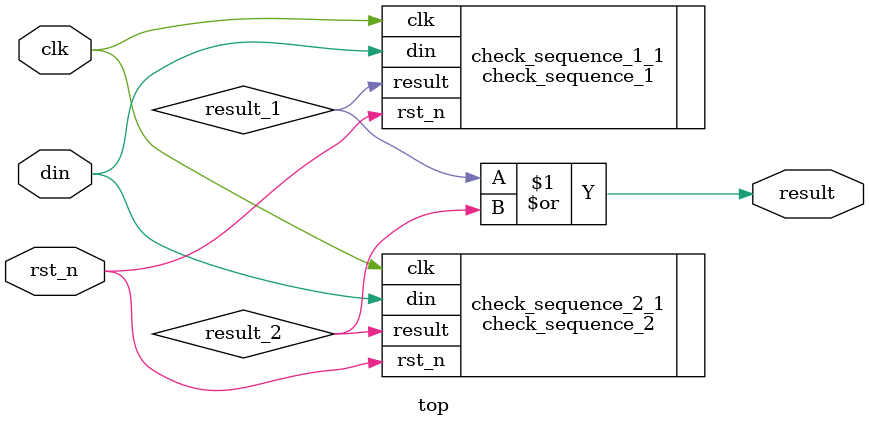
<source format=v>
/*
 * @Author: WenJiaBao-2022E8020282071
 * @Date: 2022-09-21 13:52:49
 * @LastEditTime: 2022-09-21 18:28:41
 * @Description: Homework of AdvDigitalIC : SeqDector
 * 
 * Copyright (c) 2022 by WenJiaBao wenjiabao0919@163.com, All Rights Reserved. 
 */


//Timing:500Mhz slack (MET)=0.12
//Area:698.073606
//Power:573.0590 uW
module top(
    input   clk,
    input   rst_n,
    input   din,
    output  result
);



wire result_1,result_2;

check_sequence_1 check_sequence_1_1(
    .clk    (clk),
    .rst_n  (rst_n),
    .din    (din),
    .result (result_1)
);

check_sequence_2 check_sequence_2_1(
    .clk    (clk),
    .rst_n  (rst_n),
    .din    (din),
    .result (result_2)
);

assign result = result_1 | result_2;


endmodule

</source>
